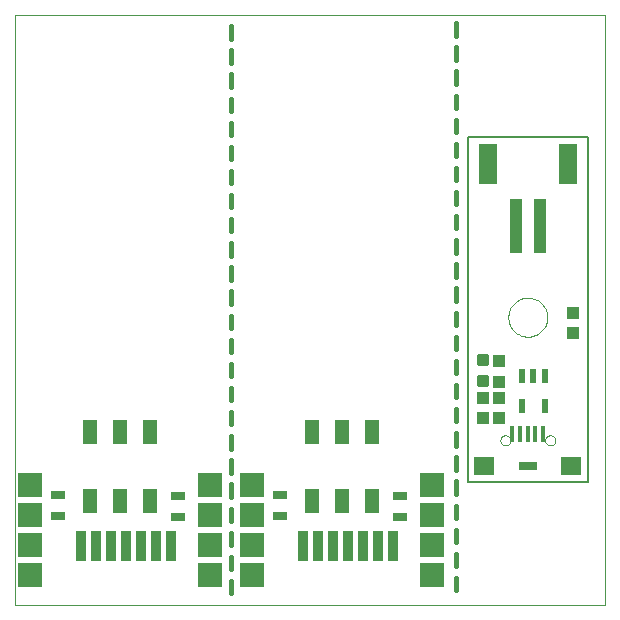
<source format=gtp>
G75*
%MOIN*%
%OFA0B0*%
%FSLAX24Y24*%
%IPPOS*%
%LPD*%
%AMOC8*
5,1,8,0,0,1.08239X$1,22.5*
%
%ADD10C,0.0000*%
%ADD11C,0.0160*%
%ADD12C,0.0080*%
%ADD13R,0.0500X0.0800*%
%ADD14R,0.0354X0.0984*%
%ADD15R,0.0800X0.0800*%
%ADD16R,0.0472X0.0315*%
%ADD17C,0.0118*%
%ADD18R,0.0394X0.0433*%
%ADD19R,0.0217X0.0472*%
%ADD20C,0.0000*%
%ADD21R,0.0157X0.0551*%
%ADD22R,0.0709X0.0591*%
%ADD23R,0.0591X0.0276*%
%ADD24R,0.0394X0.1811*%
%ADD25R,0.0630X0.1339*%
D10*
X030992Y033994D02*
X030992Y053680D01*
X050677Y053680D01*
X050677Y033994D01*
X030992Y033994D01*
D11*
X038192Y034394D02*
X038192Y034805D01*
X038192Y035198D02*
X038192Y035609D01*
X038192Y036002D02*
X038192Y036413D01*
X038192Y036806D02*
X038192Y037216D01*
X038192Y037610D02*
X038192Y038020D01*
X038192Y038414D02*
X038192Y038824D01*
X038192Y039218D02*
X038192Y039628D01*
X038192Y040022D02*
X038192Y040432D01*
X038192Y040826D02*
X038192Y041236D01*
X038192Y041630D02*
X038192Y042040D01*
X038192Y042434D02*
X038192Y042844D01*
X038192Y043237D02*
X038192Y043648D01*
X038192Y044041D02*
X038192Y044452D01*
X038192Y044845D02*
X038192Y045255D01*
X038192Y045649D02*
X038192Y046059D01*
X038192Y046453D02*
X038192Y046863D01*
X038192Y047257D02*
X038192Y047667D01*
X038192Y048061D02*
X038192Y048471D01*
X038192Y048865D02*
X038192Y049275D01*
X038192Y049669D02*
X038192Y050079D01*
X038192Y050473D02*
X038192Y050883D01*
X038192Y051276D02*
X038192Y051687D01*
X038192Y052080D02*
X038192Y052491D01*
X038192Y052884D02*
X038192Y053294D01*
X045692Y053394D02*
X045692Y052984D01*
X045692Y052591D02*
X045692Y052180D01*
X045692Y051787D02*
X045692Y051376D01*
X045692Y050983D02*
X045692Y050573D01*
X045692Y050179D02*
X045692Y049769D01*
X045692Y049375D02*
X045692Y048965D01*
X045692Y048571D02*
X045692Y048161D01*
X045692Y047767D02*
X045692Y047357D01*
X045692Y046963D02*
X045692Y046553D01*
X045692Y046159D02*
X045692Y045749D01*
X045692Y045355D02*
X045692Y044945D01*
X045692Y044552D02*
X045692Y044141D01*
X045692Y043748D02*
X045692Y043337D01*
X045692Y042944D02*
X045692Y042534D01*
X045692Y042140D02*
X045692Y041730D01*
X045692Y041336D02*
X045692Y040926D01*
X045692Y040532D02*
X045692Y040122D01*
X045692Y039728D02*
X045692Y039318D01*
X045692Y038924D02*
X045692Y038514D01*
X045692Y038120D02*
X045692Y037710D01*
X045692Y037316D02*
X045692Y036906D01*
X045692Y036513D02*
X045692Y036102D01*
X045692Y035709D02*
X045692Y035298D01*
X045692Y034905D02*
X045692Y034494D01*
D12*
X046092Y038094D02*
X050092Y038094D01*
X050092Y049594D01*
X046092Y049594D01*
X046092Y038094D01*
D13*
X042892Y037476D03*
X041892Y037476D03*
X040892Y037476D03*
X040892Y039776D03*
X041892Y039776D03*
X042892Y039776D03*
X035492Y039776D03*
X034492Y039776D03*
X033492Y039776D03*
X033492Y037476D03*
X034492Y037476D03*
X035492Y037476D03*
D14*
X035700Y035967D03*
X035200Y035967D03*
X034700Y035967D03*
X034200Y035967D03*
X033700Y035967D03*
X033200Y035967D03*
X036200Y035967D03*
X040600Y035967D03*
X041100Y035967D03*
X041600Y035967D03*
X042100Y035967D03*
X042600Y035967D03*
X043100Y035967D03*
X043600Y035967D03*
D15*
X044892Y035994D03*
X044892Y034994D03*
X044892Y036994D03*
X044892Y037994D03*
X038892Y037994D03*
X038892Y036994D03*
X038892Y035994D03*
X038892Y034994D03*
X037492Y034994D03*
X037492Y035994D03*
X037492Y036994D03*
X037492Y037994D03*
X031492Y037994D03*
X031492Y036994D03*
X031492Y035994D03*
X031492Y034994D03*
D16*
X032442Y036971D03*
X032442Y037680D03*
X036442Y037630D03*
X036442Y036921D03*
X039842Y036971D03*
X039842Y037680D03*
X043842Y037630D03*
X043842Y036921D03*
D17*
X046454Y041338D02*
X046730Y041338D01*
X046454Y041338D02*
X046454Y041614D01*
X046730Y041614D01*
X046730Y041338D01*
X046730Y041455D02*
X046454Y041455D01*
X046454Y041572D02*
X046730Y041572D01*
X046730Y042029D02*
X046454Y042029D01*
X046454Y042305D01*
X046730Y042305D01*
X046730Y042029D01*
X046730Y042146D02*
X046454Y042146D01*
X046454Y042263D02*
X046730Y042263D01*
D18*
X047137Y042120D03*
X047137Y041451D03*
X047136Y040906D03*
X046587Y040907D03*
X046587Y040238D03*
X047136Y040237D03*
X049597Y043057D03*
X049597Y043726D03*
D19*
X048656Y041643D03*
X048282Y041643D03*
X047908Y041643D03*
X047908Y040620D03*
X048656Y040620D03*
D20*
X048673Y039489D02*
X048675Y039514D01*
X048681Y039539D01*
X048690Y039563D01*
X048703Y039585D01*
X048720Y039605D01*
X048739Y039622D01*
X048760Y039636D01*
X048784Y039646D01*
X048808Y039653D01*
X048834Y039656D01*
X048859Y039655D01*
X048884Y039650D01*
X048908Y039641D01*
X048931Y039629D01*
X048951Y039614D01*
X048969Y039595D01*
X048984Y039574D01*
X048995Y039551D01*
X049003Y039527D01*
X049007Y039502D01*
X049007Y039476D01*
X049003Y039451D01*
X048995Y039427D01*
X048984Y039404D01*
X048969Y039383D01*
X048951Y039364D01*
X048931Y039349D01*
X048908Y039337D01*
X048884Y039328D01*
X048859Y039323D01*
X048834Y039322D01*
X048808Y039325D01*
X048784Y039332D01*
X048760Y039342D01*
X048739Y039356D01*
X048720Y039373D01*
X048703Y039393D01*
X048690Y039415D01*
X048681Y039439D01*
X048675Y039464D01*
X048673Y039489D01*
X047177Y039489D02*
X047179Y039514D01*
X047185Y039539D01*
X047194Y039563D01*
X047207Y039585D01*
X047224Y039605D01*
X047243Y039622D01*
X047264Y039636D01*
X047288Y039646D01*
X047312Y039653D01*
X047338Y039656D01*
X047363Y039655D01*
X047388Y039650D01*
X047412Y039641D01*
X047435Y039629D01*
X047455Y039614D01*
X047473Y039595D01*
X047488Y039574D01*
X047499Y039551D01*
X047507Y039527D01*
X047511Y039502D01*
X047511Y039476D01*
X047507Y039451D01*
X047499Y039427D01*
X047488Y039404D01*
X047473Y039383D01*
X047455Y039364D01*
X047435Y039349D01*
X047412Y039337D01*
X047388Y039328D01*
X047363Y039323D01*
X047338Y039322D01*
X047312Y039325D01*
X047288Y039332D01*
X047264Y039342D01*
X047243Y039356D01*
X047224Y039373D01*
X047207Y039393D01*
X047194Y039415D01*
X047185Y039439D01*
X047179Y039464D01*
X047177Y039489D01*
X047442Y043594D02*
X047444Y043644D01*
X047450Y043694D01*
X047460Y043744D01*
X047473Y043792D01*
X047490Y043840D01*
X047511Y043886D01*
X047535Y043930D01*
X047563Y043972D01*
X047594Y044012D01*
X047628Y044049D01*
X047665Y044084D01*
X047704Y044115D01*
X047745Y044144D01*
X047789Y044169D01*
X047835Y044191D01*
X047882Y044209D01*
X047930Y044223D01*
X047979Y044234D01*
X048029Y044241D01*
X048079Y044244D01*
X048130Y044243D01*
X048180Y044238D01*
X048230Y044229D01*
X048278Y044217D01*
X048326Y044200D01*
X048372Y044180D01*
X048417Y044157D01*
X048460Y044130D01*
X048500Y044100D01*
X048538Y044067D01*
X048573Y044031D01*
X048606Y043992D01*
X048635Y043951D01*
X048661Y043908D01*
X048684Y043863D01*
X048703Y043816D01*
X048718Y043768D01*
X048730Y043719D01*
X048738Y043669D01*
X048742Y043619D01*
X048742Y043569D01*
X048738Y043519D01*
X048730Y043469D01*
X048718Y043420D01*
X048703Y043372D01*
X048684Y043325D01*
X048661Y043280D01*
X048635Y043237D01*
X048606Y043196D01*
X048573Y043157D01*
X048538Y043121D01*
X048500Y043088D01*
X048460Y043058D01*
X048417Y043031D01*
X048372Y043008D01*
X048326Y042988D01*
X048278Y042971D01*
X048230Y042959D01*
X048180Y042950D01*
X048130Y042945D01*
X048079Y042944D01*
X048029Y042947D01*
X047979Y042954D01*
X047930Y042965D01*
X047882Y042979D01*
X047835Y042997D01*
X047789Y043019D01*
X047745Y043044D01*
X047704Y043073D01*
X047665Y043104D01*
X047628Y043139D01*
X047594Y043176D01*
X047563Y043216D01*
X047535Y043258D01*
X047511Y043302D01*
X047490Y043348D01*
X047473Y043396D01*
X047460Y043444D01*
X047450Y043494D01*
X047444Y043544D01*
X047442Y043594D01*
D21*
X047580Y039685D03*
X047836Y039685D03*
X048092Y039685D03*
X048348Y039685D03*
X048604Y039685D03*
D22*
X049543Y038622D03*
X046642Y038622D03*
D23*
X048092Y038622D03*
D24*
X047698Y046638D03*
X048486Y046638D03*
D25*
X049431Y048685D03*
X046754Y048685D03*
M02*

</source>
